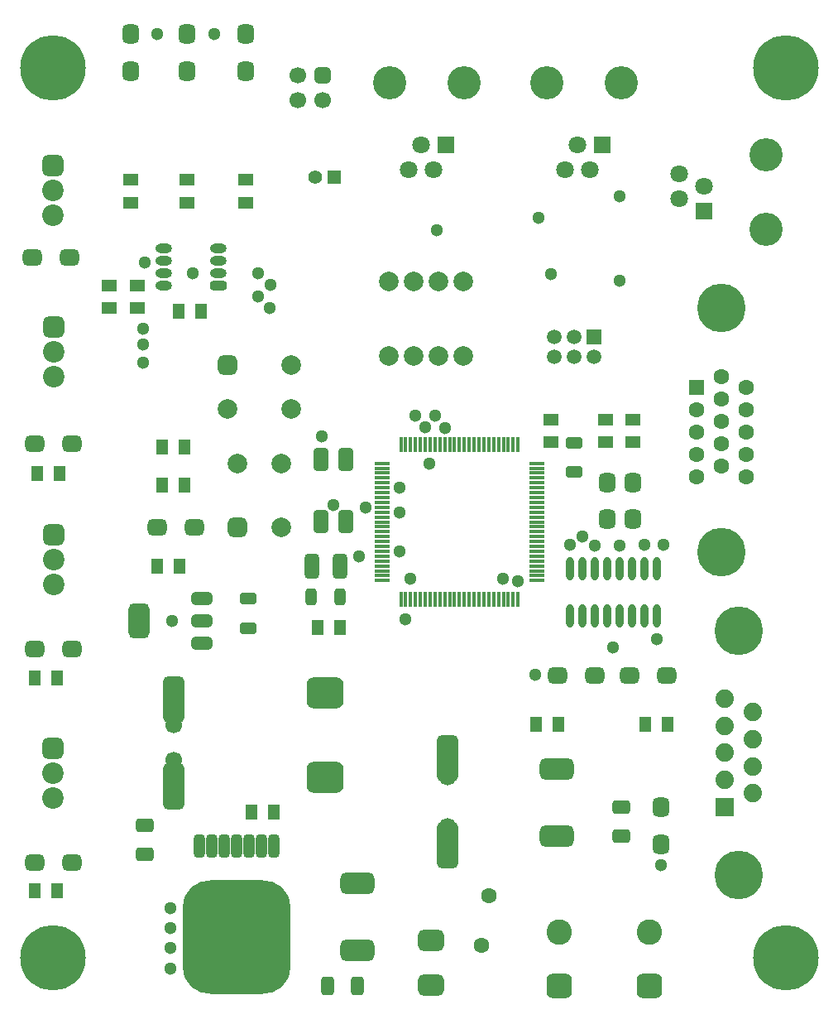
<source format=gts>
G04 Layer_Color=8388736*
%FSLAX44Y44*%
%MOMM*%
G71*
G01*
G75*
%ADD45C,1.4000*%
%ADD47C,1.8000*%
%ADD50C,1.5000*%
%ADD51C,1.6000*%
%ADD58C,1.3000*%
G04:AMPARAMS|DCode=77|XSize=1.95mm|YSize=1.7mm|CornerRadius=0.475mm|HoleSize=0mm|Usage=FLASHONLY|Rotation=0.000|XOffset=0mm|YOffset=0mm|HoleType=Round|Shape=RoundedRectangle|*
%AMROUNDEDRECTD77*
21,1,1.9500,0.7500,0,0,0.0*
21,1,1.0000,1.7000,0,0,0.0*
1,1,0.9500,0.5000,-0.3750*
1,1,0.9500,-0.5000,-0.3750*
1,1,0.9500,-0.5000,0.3750*
1,1,0.9500,0.5000,0.3750*
%
%ADD77ROUNDEDRECTD77*%
G04:AMPARAMS|DCode=78|XSize=1.11mm|YSize=2.36mm|CornerRadius=0.3275mm|HoleSize=0mm|Usage=FLASHONLY|Rotation=180.000|XOffset=0mm|YOffset=0mm|HoleType=Round|Shape=RoundedRectangle|*
%AMROUNDEDRECTD78*
21,1,1.1100,1.7050,0,0,180.0*
21,1,0.4550,2.3600,0,0,180.0*
1,1,0.6550,-0.2275,0.8525*
1,1,0.6550,0.2275,0.8525*
1,1,0.6550,0.2275,-0.8525*
1,1,0.6550,-0.2275,-0.8525*
%
%ADD78ROUNDEDRECTD78*%
G04:AMPARAMS|DCode=79|XSize=11mm|YSize=11.61mm|CornerRadius=2.8mm|HoleSize=0mm|Usage=FLASHONLY|Rotation=180.000|XOffset=0mm|YOffset=0mm|HoleType=Round|Shape=RoundedRectangle|*
%AMROUNDEDRECTD79*
21,1,11.0000,6.0100,0,0,180.0*
21,1,5.4000,11.6100,0,0,180.0*
1,1,5.6000,-2.7000,3.0050*
1,1,5.6000,2.7000,3.0050*
1,1,5.6000,2.7000,-3.0050*
1,1,5.6000,-2.7000,-3.0050*
%
%ADD79ROUNDEDRECTD79*%
%ADD80R,1.5000X1.3000*%
%ADD81R,1.3000X1.5000*%
G04:AMPARAMS|DCode=82|XSize=1.2mm|YSize=1.72mm|CornerRadius=0.35mm|HoleSize=0mm|Usage=FLASHONLY|Rotation=270.000|XOffset=0mm|YOffset=0mm|HoleType=Round|Shape=RoundedRectangle|*
%AMROUNDEDRECTD82*
21,1,1.2000,1.0200,0,0,270.0*
21,1,0.5000,1.7200,0,0,270.0*
1,1,0.7000,-0.5100,-0.2500*
1,1,0.7000,-0.5100,0.2500*
1,1,0.7000,0.5100,0.2500*
1,1,0.7000,0.5100,-0.2500*
%
%ADD82ROUNDEDRECTD82*%
G04:AMPARAMS|DCode=83|XSize=1.4mm|YSize=1.9mm|CornerRadius=0.4mm|HoleSize=0mm|Usage=FLASHONLY|Rotation=0.000|XOffset=0mm|YOffset=0mm|HoleType=Round|Shape=RoundedRectangle|*
%AMROUNDEDRECTD83*
21,1,1.4000,1.1000,0,0,0.0*
21,1,0.6000,1.9000,0,0,0.0*
1,1,0.8000,0.3000,-0.5500*
1,1,0.8000,-0.3000,-0.5500*
1,1,0.8000,-0.3000,0.5500*
1,1,0.8000,0.3000,0.5500*
%
%ADD83ROUNDEDRECTD83*%
G04:AMPARAMS|DCode=84|XSize=2.4mm|YSize=1.6mm|CornerRadius=0.45mm|HoleSize=0mm|Usage=FLASHONLY|Rotation=270.000|XOffset=0mm|YOffset=0mm|HoleType=Round|Shape=RoundedRectangle|*
%AMROUNDEDRECTD84*
21,1,2.4000,0.7000,0,0,270.0*
21,1,1.5000,1.6000,0,0,270.0*
1,1,0.9000,-0.3500,-0.7500*
1,1,0.9000,-0.3500,0.7500*
1,1,0.9000,0.3500,0.7500*
1,1,0.9000,0.3500,-0.7500*
%
%ADD84ROUNDEDRECTD84*%
G04:AMPARAMS|DCode=85|XSize=1.5mm|YSize=2.6mm|CornerRadius=0.425mm|HoleSize=0mm|Usage=FLASHONLY|Rotation=180.000|XOffset=0mm|YOffset=0mm|HoleType=Round|Shape=RoundedRectangle|*
%AMROUNDEDRECTD85*
21,1,1.5000,1.7500,0,0,180.0*
21,1,0.6500,2.6000,0,0,180.0*
1,1,0.8500,-0.3250,0.8750*
1,1,0.8500,0.3250,0.8750*
1,1,0.8500,0.3250,-0.8750*
1,1,0.8500,-0.3250,-0.8750*
%
%ADD85ROUNDEDRECTD85*%
%ADD86O,0.8000X2.4000*%
G04:AMPARAMS|DCode=87|XSize=1.95mm|YSize=1.7mm|CornerRadius=0.475mm|HoleSize=0mm|Usage=FLASHONLY|Rotation=270.000|XOffset=0mm|YOffset=0mm|HoleType=Round|Shape=RoundedRectangle|*
%AMROUNDEDRECTD87*
21,1,1.9500,0.7500,0,0,270.0*
21,1,1.0000,1.7000,0,0,270.0*
1,1,0.9500,-0.3750,-0.5000*
1,1,0.9500,-0.3750,0.5000*
1,1,0.9500,0.3750,0.5000*
1,1,0.9500,0.3750,-0.5000*
%
%ADD87ROUNDEDRECTD87*%
G04:AMPARAMS|DCode=88|XSize=2.232mm|YSize=3.502mm|CornerRadius=0.608mm|HoleSize=0mm|Usage=FLASHONLY|Rotation=270.000|XOffset=0mm|YOffset=0mm|HoleType=Round|Shape=RoundedRectangle|*
%AMROUNDEDRECTD88*
21,1,2.2320,2.2860,0,0,270.0*
21,1,1.0160,3.5020,0,0,270.0*
1,1,1.2160,-1.1430,-0.5080*
1,1,1.2160,-1.1430,0.5080*
1,1,1.2160,1.1430,0.5080*
1,1,1.2160,1.1430,-0.5080*
%
%ADD88ROUNDEDRECTD88*%
G04:AMPARAMS|DCode=89|XSize=3.3mm|YSize=3.8mm|CornerRadius=0.875mm|HoleSize=0mm|Usage=FLASHONLY|Rotation=270.000|XOffset=0mm|YOffset=0mm|HoleType=Round|Shape=RoundedRectangle|*
%AMROUNDEDRECTD89*
21,1,3.3000,2.0500,0,0,270.0*
21,1,1.5500,3.8000,0,0,270.0*
1,1,1.7500,-1.0250,-0.7750*
1,1,1.7500,-1.0250,0.7750*
1,1,1.7500,1.0250,0.7750*
1,1,1.7500,1.0250,-0.7750*
%
%ADD89ROUNDEDRECTD89*%
G04:AMPARAMS|DCode=90|XSize=1.4mm|YSize=1.9mm|CornerRadius=0.4mm|HoleSize=0mm|Usage=FLASHONLY|Rotation=270.000|XOffset=0mm|YOffset=0mm|HoleType=Round|Shape=RoundedRectangle|*
%AMROUNDEDRECTD90*
21,1,1.4000,1.1000,0,0,270.0*
21,1,0.6000,1.9000,0,0,270.0*
1,1,0.8000,-0.5500,-0.3000*
1,1,0.8000,-0.5500,0.3000*
1,1,0.8000,0.5500,0.3000*
1,1,0.8000,0.5500,-0.3000*
%
%ADD90ROUNDEDRECTD90*%
G04:AMPARAMS|DCode=91|XSize=2.23mm|YSize=4.77mm|CornerRadius=0.6075mm|HoleSize=0mm|Usage=FLASHONLY|Rotation=180.000|XOffset=0mm|YOffset=0mm|HoleType=Round|Shape=RoundedRectangle|*
%AMROUNDEDRECTD91*
21,1,2.2300,3.5550,0,0,180.0*
21,1,1.0150,4.7700,0,0,180.0*
1,1,1.2150,-0.5075,1.7775*
1,1,1.2150,0.5075,1.7775*
1,1,1.2150,0.5075,-1.7775*
1,1,1.2150,-0.5075,-1.7775*
%
%ADD91ROUNDEDRECTD91*%
G04:AMPARAMS|DCode=92|XSize=2.2mm|YSize=2.7mm|CornerRadius=0.6mm|HoleSize=0mm|Usage=FLASHONLY|Rotation=270.000|XOffset=0mm|YOffset=0mm|HoleType=Round|Shape=RoundedRectangle|*
%AMROUNDEDRECTD92*
21,1,2.2000,1.5000,0,0,270.0*
21,1,1.0000,2.7000,0,0,270.0*
1,1,1.2000,-0.7500,-0.5000*
1,1,1.2000,-0.7500,0.5000*
1,1,1.2000,0.7500,0.5000*
1,1,1.2000,0.7500,-0.5000*
%
%ADD92ROUNDEDRECTD92*%
G04:AMPARAMS|DCode=93|XSize=3.6mm|YSize=2.15mm|CornerRadius=0.5875mm|HoleSize=0mm|Usage=FLASHONLY|Rotation=90.000|XOffset=0mm|YOffset=0mm|HoleType=Round|Shape=RoundedRectangle|*
%AMROUNDEDRECTD93*
21,1,3.6000,0.9750,0,0,90.0*
21,1,2.4250,2.1500,0,0,90.0*
1,1,1.1750,0.4875,1.2125*
1,1,1.1750,0.4875,-1.2125*
1,1,1.1750,-0.4875,-1.2125*
1,1,1.1750,-0.4875,1.2125*
%
%ADD93ROUNDEDRECTD93*%
G04:AMPARAMS|DCode=94|XSize=1.3mm|YSize=2.15mm|CornerRadius=0.375mm|HoleSize=0mm|Usage=FLASHONLY|Rotation=90.000|XOffset=0mm|YOffset=0mm|HoleType=Round|Shape=RoundedRectangle|*
%AMROUNDEDRECTD94*
21,1,1.3000,1.4000,0,0,90.0*
21,1,0.5500,2.1500,0,0,90.0*
1,1,0.7500,0.7000,0.2750*
1,1,0.7500,0.7000,-0.2750*
1,1,0.7500,-0.7000,-0.2750*
1,1,0.7500,-0.7000,0.2750*
%
%ADD94ROUNDEDRECTD94*%
G04:AMPARAMS|DCode=95|XSize=1.2mm|YSize=1.72mm|CornerRadius=0.35mm|HoleSize=0mm|Usage=FLASHONLY|Rotation=180.000|XOffset=0mm|YOffset=0mm|HoleType=Round|Shape=RoundedRectangle|*
%AMROUNDEDRECTD95*
21,1,1.2000,1.0200,0,0,180.0*
21,1,0.5000,1.7200,0,0,180.0*
1,1,0.7000,-0.2500,0.5100*
1,1,0.7000,0.2500,0.5100*
1,1,0.7000,0.2500,-0.5100*
1,1,0.7000,-0.2500,-0.5100*
%
%ADD95ROUNDEDRECTD95*%
%ADD96R,0.4000X1.6500*%
%ADD97R,1.6500X0.4000*%
%ADD98O,1.7000X0.9600*%
G04:AMPARAMS|DCode=99|XSize=0.96mm|YSize=1.7mm|CornerRadius=0.29mm|HoleSize=0mm|Usage=FLASHONLY|Rotation=270.000|XOffset=0mm|YOffset=0mm|HoleType=Round|Shape=RoundedRectangle|*
%AMROUNDEDRECTD99*
21,1,0.9600,1.1200,0,0,270.0*
21,1,0.3800,1.7000,0,0,270.0*
1,1,0.5800,-0.5600,-0.1900*
1,1,0.5800,-0.5600,0.1900*
1,1,0.5800,0.5600,0.1900*
1,1,0.5800,0.5600,-0.1900*
%
%ADD99ROUNDEDRECTD99*%
%ADD100C,2.6000*%
G04:AMPARAMS|DCode=101|XSize=2.6mm|YSize=2.6mm|CornerRadius=0.7mm|HoleSize=0mm|Usage=FLASHONLY|Rotation=0.000|XOffset=0mm|YOffset=0mm|HoleType=Round|Shape=RoundedRectangle|*
%AMROUNDEDRECTD101*
21,1,2.6000,1.2000,0,0,0.0*
21,1,1.2000,2.6000,0,0,0.0*
1,1,1.4000,0.6000,-0.6000*
1,1,1.4000,-0.6000,-0.6000*
1,1,1.4000,-0.6000,0.6000*
1,1,1.4000,0.6000,0.6000*
%
%ADD101ROUNDEDRECTD101*%
%ADD102C,2.2000*%
G04:AMPARAMS|DCode=103|XSize=2.2mm|YSize=2.2mm|CornerRadius=0.6mm|HoleSize=0mm|Usage=FLASHONLY|Rotation=0.000|XOffset=0mm|YOffset=0mm|HoleType=Round|Shape=RoundedRectangle|*
%AMROUNDEDRECTD103*
21,1,2.2000,1.0000,0,0,0.0*
21,1,1.0000,2.2000,0,0,0.0*
1,1,1.2000,0.5000,-0.5000*
1,1,1.2000,-0.5000,-0.5000*
1,1,1.2000,-0.5000,0.5000*
1,1,1.2000,0.5000,0.5000*
%
%ADD103ROUNDEDRECTD103*%
G04:AMPARAMS|DCode=104|XSize=2mm|YSize=2mm|CornerRadius=0.55mm|HoleSize=0mm|Usage=FLASHONLY|Rotation=90.000|XOffset=0mm|YOffset=0mm|HoleType=Round|Shape=RoundedRectangle|*
%AMROUNDEDRECTD104*
21,1,2.0000,0.9000,0,0,90.0*
21,1,0.9000,2.0000,0,0,90.0*
1,1,1.1000,0.4500,0.4500*
1,1,1.1000,0.4500,-0.4500*
1,1,1.1000,-0.4500,-0.4500*
1,1,1.1000,-0.4500,0.4500*
%
%ADD104ROUNDEDRECTD104*%
%ADD105C,2.0000*%
G04:AMPARAMS|DCode=106|XSize=2mm|YSize=2mm|CornerRadius=0.55mm|HoleSize=0mm|Usage=FLASHONLY|Rotation=0.000|XOffset=0mm|YOffset=0mm|HoleType=Round|Shape=RoundedRectangle|*
%AMROUNDEDRECTD106*
21,1,2.0000,0.9000,0,0,0.0*
21,1,0.9000,2.0000,0,0,0.0*
1,1,1.1000,0.4500,-0.4500*
1,1,1.1000,-0.4500,-0.4500*
1,1,1.1000,-0.4500,0.4500*
1,1,1.1000,0.4500,0.4500*
%
%ADD106ROUNDEDRECTD106*%
G04:AMPARAMS|DCode=107|XSize=1.7mm|YSize=1.7mm|CornerRadius=0.475mm|HoleSize=0mm|Usage=FLASHONLY|Rotation=180.000|XOffset=0mm|YOffset=0mm|HoleType=Round|Shape=RoundedRectangle|*
%AMROUNDEDRECTD107*
21,1,1.7000,0.7500,0,0,180.0*
21,1,0.7500,1.7000,0,0,180.0*
1,1,0.9500,-0.3750,0.3750*
1,1,0.9500,0.3750,0.3750*
1,1,0.9500,0.3750,-0.3750*
1,1,0.9500,-0.3750,-0.3750*
%
%ADD107ROUNDEDRECTD107*%
%ADD108C,1.7000*%
%ADD109R,1.8000X1.8000*%
%ADD110C,3.4000*%
%ADD111R,1.4000X1.4000*%
%ADD112C,6.7000*%
%ADD113R,1.5000X1.5000*%
%ADD114C,1.8900*%
%ADD115R,1.8900X1.8900*%
%ADD116C,4.9600*%
%ADD117R,1.8000X1.8000*%
%ADD118C,1.6080*%
%ADD119R,1.6080X1.6080*%
D45*
X1248222Y1105154D02*
D03*
D47*
X1504442Y1113536D02*
D03*
X1517142Y1138936D02*
D03*
X1529842Y1113536D02*
D03*
X1344168D02*
D03*
X1356868Y1138936D02*
D03*
X1369568Y1113536D02*
D03*
X1621028Y1083818D02*
D03*
X1646428Y1096518D02*
D03*
X1621028Y1109218D02*
D03*
D50*
X1493652Y921832D02*
D03*
Y941832D02*
D03*
X1513652Y921832D02*
D03*
Y941832D02*
D03*
X1533652Y921832D02*
D03*
D51*
X1418500Y319750D02*
D03*
X1426500Y370750D02*
D03*
D58*
X1489964Y1006602D02*
D03*
X1381238Y849108D02*
D03*
X1371600Y861540D02*
D03*
X1350772Y861798D02*
D03*
X1361238Y849578D02*
D03*
X1100328Y358140D02*
D03*
Y337566D02*
D03*
Y316992D02*
D03*
Y296418D02*
D03*
X1559814Y1086358D02*
D03*
X1560068Y999744D02*
D03*
X1477264Y1063752D02*
D03*
X1602232Y402336D02*
D03*
X1522476Y737870D02*
D03*
X1605026Y729488D02*
D03*
X1585976Y729234D02*
D03*
X1535176Y728980D02*
D03*
X1123188Y1007110D02*
D03*
X1072134Y950214D02*
D03*
Y915924D02*
D03*
Y934720D02*
D03*
X1189990Y983488D02*
D03*
X1190244Y1007110D02*
D03*
X1372870Y1051560D02*
D03*
X1341250Y653000D02*
D03*
X1300000Y767500D02*
D03*
X1365504Y812546D02*
D03*
X1509776Y729742D02*
D03*
X1598676Y633476D02*
D03*
X1560576Y728472D02*
D03*
X1440688Y695198D02*
D03*
X1456238Y692602D02*
D03*
X1346238Y694982D02*
D03*
X1335024Y762856D02*
D03*
X1334718Y787856D02*
D03*
X1334750Y722856D02*
D03*
X1086866Y1251712D02*
D03*
X1145540Y1251662D02*
D03*
X1102106Y651510D02*
D03*
X1255014Y840232D02*
D03*
X1266952Y770636D02*
D03*
X1074420Y1018032D02*
D03*
X1553500Y624250D02*
D03*
X1473750Y596750D02*
D03*
X1293856Y717856D02*
D03*
X1202500Y995426D02*
D03*
X1202250Y972058D02*
D03*
D77*
X959154Y1023112D02*
D03*
X997154D02*
D03*
X1496500Y595750D02*
D03*
X1534500D02*
D03*
X1608500D02*
D03*
X1570500D02*
D03*
X1086662Y747776D02*
D03*
X1124662D02*
D03*
X961694Y404622D02*
D03*
X999694D02*
D03*
X961694Y623062D02*
D03*
X999694D02*
D03*
X961694Y832612D02*
D03*
X999694D02*
D03*
D78*
X1130046Y421584D02*
D03*
X1142746D02*
D03*
X1155446D02*
D03*
X1168146D02*
D03*
X1180846D02*
D03*
X1193546D02*
D03*
X1206246D02*
D03*
D79*
X1168146Y328384D02*
D03*
D80*
X1490218Y834574D02*
D03*
Y857574D02*
D03*
X1574038Y834574D02*
D03*
Y857574D02*
D03*
X1546098Y834574D02*
D03*
Y857574D02*
D03*
X1059942Y1079684D02*
D03*
Y1102684D02*
D03*
X1177798D02*
D03*
Y1079684D02*
D03*
X1037590Y994734D02*
D03*
Y971734D02*
D03*
X1066800D02*
D03*
Y994734D02*
D03*
X1117600Y1079684D02*
D03*
Y1102684D02*
D03*
D81*
X963860Y802132D02*
D03*
X986860D02*
D03*
X1114876Y829818D02*
D03*
X1091876D02*
D03*
X1109796Y707898D02*
D03*
X1086796D02*
D03*
X1206062Y456184D02*
D03*
X1183062D02*
D03*
X1609500Y546250D02*
D03*
X1586500D02*
D03*
X1251206Y645160D02*
D03*
X1274206D02*
D03*
X1108640Y968502D02*
D03*
X1131640D02*
D03*
X1091876Y790956D02*
D03*
X1114876D02*
D03*
X1497250Y546250D02*
D03*
X1474250D02*
D03*
X984320Y375412D02*
D03*
X961320D02*
D03*
X984828Y593598D02*
D03*
X961828D02*
D03*
D82*
X1180338Y674384D02*
D03*
Y644384D02*
D03*
X1513332Y833896D02*
D03*
Y803896D02*
D03*
D83*
X1261350Y278638D02*
D03*
X1291350D02*
D03*
D84*
X1254706Y753114D02*
D03*
X1279706D02*
D03*
X1254706Y817114D02*
D03*
X1279706D02*
D03*
D85*
X1244904Y707898D02*
D03*
X1273904D02*
D03*
D86*
X1509776Y656720D02*
D03*
X1522476D02*
D03*
X1535176D02*
D03*
X1547876D02*
D03*
X1560576D02*
D03*
X1573276D02*
D03*
X1585976D02*
D03*
X1598676D02*
D03*
X1509776Y704720D02*
D03*
X1522476D02*
D03*
X1535176D02*
D03*
X1547876D02*
D03*
X1560576D02*
D03*
X1573276D02*
D03*
X1585976D02*
D03*
X1598676D02*
D03*
D87*
X1573530Y793446D02*
D03*
Y755446D02*
D03*
X1547114Y793446D02*
D03*
Y755446D02*
D03*
X1602232Y461214D02*
D03*
Y423214D02*
D03*
X1059942Y1213662D02*
D03*
Y1251662D02*
D03*
X1117346Y1213662D02*
D03*
Y1251662D02*
D03*
X1177798Y1213662D02*
D03*
Y1251662D02*
D03*
D88*
X1495806Y431292D02*
D03*
Y499872D02*
D03*
X1291590Y314960D02*
D03*
Y383540D02*
D03*
D89*
X1258824Y578424D02*
D03*
Y491424D02*
D03*
D90*
X1561592Y461278D02*
D03*
Y431278D02*
D03*
X1073912Y442990D02*
D03*
Y412990D02*
D03*
D91*
X1384300Y511352D02*
D03*
Y422352D02*
D03*
X1103884Y571296D02*
D03*
Y482296D02*
D03*
D92*
X1367500Y278890D02*
D03*
Y324610D02*
D03*
D93*
X1068582Y651510D02*
D03*
D94*
X1132582Y674510D02*
D03*
Y651510D02*
D03*
Y628510D02*
D03*
D95*
X1274150Y676148D02*
D03*
X1244150D02*
D03*
D96*
X1336238Y831856D02*
D03*
X1341238D02*
D03*
X1346238D02*
D03*
X1351238D02*
D03*
X1356238D02*
D03*
X1361238D02*
D03*
X1366238D02*
D03*
X1371238D02*
D03*
X1376238D02*
D03*
X1381238D02*
D03*
X1386238D02*
D03*
X1391238D02*
D03*
X1396238D02*
D03*
X1401238D02*
D03*
X1406238D02*
D03*
X1411238D02*
D03*
X1416238D02*
D03*
X1421238D02*
D03*
X1426238D02*
D03*
X1431238D02*
D03*
X1436238D02*
D03*
X1441238D02*
D03*
X1446238D02*
D03*
X1451238D02*
D03*
X1456238D02*
D03*
Y673856D02*
D03*
X1451238D02*
D03*
X1446238D02*
D03*
X1441238D02*
D03*
X1436238D02*
D03*
X1431238D02*
D03*
X1426238D02*
D03*
X1421238D02*
D03*
X1416238D02*
D03*
X1411238D02*
D03*
X1406238D02*
D03*
X1401238D02*
D03*
X1396238D02*
D03*
X1391238D02*
D03*
X1386238D02*
D03*
X1381238D02*
D03*
X1376238D02*
D03*
X1371238D02*
D03*
X1366238D02*
D03*
X1361238D02*
D03*
X1356238D02*
D03*
X1351238D02*
D03*
X1346238D02*
D03*
X1341238D02*
D03*
X1336238D02*
D03*
D97*
X1475238Y812856D02*
D03*
Y807856D02*
D03*
Y802856D02*
D03*
Y797856D02*
D03*
Y792856D02*
D03*
Y787856D02*
D03*
Y782856D02*
D03*
Y777856D02*
D03*
Y772856D02*
D03*
Y767856D02*
D03*
Y762856D02*
D03*
Y757856D02*
D03*
Y752856D02*
D03*
Y747856D02*
D03*
Y742856D02*
D03*
Y737856D02*
D03*
Y732856D02*
D03*
Y727856D02*
D03*
Y722856D02*
D03*
Y717856D02*
D03*
Y712856D02*
D03*
Y707856D02*
D03*
Y702856D02*
D03*
Y697856D02*
D03*
Y692856D02*
D03*
X1317238D02*
D03*
Y697856D02*
D03*
Y702856D02*
D03*
Y707856D02*
D03*
Y712856D02*
D03*
Y717856D02*
D03*
Y722856D02*
D03*
Y727856D02*
D03*
Y732856D02*
D03*
Y737856D02*
D03*
Y742856D02*
D03*
Y747856D02*
D03*
Y752856D02*
D03*
Y757856D02*
D03*
Y762856D02*
D03*
Y767856D02*
D03*
Y772856D02*
D03*
Y777856D02*
D03*
Y782856D02*
D03*
Y787856D02*
D03*
Y792856D02*
D03*
Y797856D02*
D03*
Y802856D02*
D03*
Y807856D02*
D03*
Y812856D02*
D03*
D98*
X1093724Y994410D02*
D03*
Y1007110D02*
D03*
Y1019810D02*
D03*
Y1032510D02*
D03*
X1149604D02*
D03*
Y1019810D02*
D03*
Y1007110D02*
D03*
D99*
Y994410D02*
D03*
D100*
X1498092Y333638D02*
D03*
X1590548Y333638D02*
D03*
D101*
X1498092Y278638D02*
D03*
X1590548D02*
D03*
D102*
X980440Y495756D02*
D03*
Y470408D02*
D03*
X981202Y714196D02*
D03*
Y688848D02*
D03*
X980694Y927048D02*
D03*
Y901700D02*
D03*
X980440Y1092148D02*
D03*
Y1066800D02*
D03*
D103*
Y521104D02*
D03*
X981202Y739544D02*
D03*
X980694Y952396D02*
D03*
X980440Y1117496D02*
D03*
D104*
X1169268Y747788D02*
D03*
D105*
X1214268D02*
D03*
X1169268Y812788D02*
D03*
X1214268D02*
D03*
X1158760Y868532D02*
D03*
X1223760Y913532D02*
D03*
Y868532D02*
D03*
X1400556Y999236D02*
D03*
Y923036D02*
D03*
X1375156Y999236D02*
D03*
Y923036D02*
D03*
X1349756D02*
D03*
X1324356D02*
D03*
X1349756Y999236D02*
D03*
X1324356D02*
D03*
D106*
X1158760Y913532D02*
D03*
D107*
X1256030Y1209802D02*
D03*
D108*
X1230630Y1184402D02*
D03*
X1256030D02*
D03*
X1230630Y1209802D02*
D03*
X1384300Y441744D02*
D03*
Y491744D02*
D03*
X1103630Y509652D02*
D03*
X1103884Y544652D02*
D03*
D109*
X1542542Y1138936D02*
D03*
X1382268D02*
D03*
D110*
X1485392Y1202436D02*
D03*
X1561592D02*
D03*
X1325118D02*
D03*
X1401318D02*
D03*
X1709928Y1052068D02*
D03*
Y1128268D02*
D03*
D111*
X1268222Y1105154D02*
D03*
D112*
X980194Y307006D02*
D03*
X979940Y1216994D02*
D03*
X1730222Y307006D02*
D03*
X1730210Y1217060D02*
D03*
D113*
X1533652Y941832D02*
D03*
D114*
X1667784Y572290D02*
D03*
Y544590D02*
D03*
Y489190D02*
D03*
Y516890D02*
D03*
X1696184Y475340D02*
D03*
Y503040D02*
D03*
Y530740D02*
D03*
Y558440D02*
D03*
D115*
X1667784Y461490D02*
D03*
D116*
X1681984Y391940D02*
D03*
Y641840D02*
D03*
X1663954Y721868D02*
D03*
Y972058D02*
D03*
D117*
X1646428Y1071118D02*
D03*
D118*
X1689354Y798939D02*
D03*
Y821799D02*
D03*
Y844659D02*
D03*
Y867519D02*
D03*
Y890379D02*
D03*
X1663954Y810369D02*
D03*
Y833229D02*
D03*
Y856089D02*
D03*
Y878949D02*
D03*
Y901809D02*
D03*
X1638554Y798939D02*
D03*
Y821799D02*
D03*
Y844659D02*
D03*
Y867519D02*
D03*
D119*
Y890379D02*
D03*
M02*

</source>
